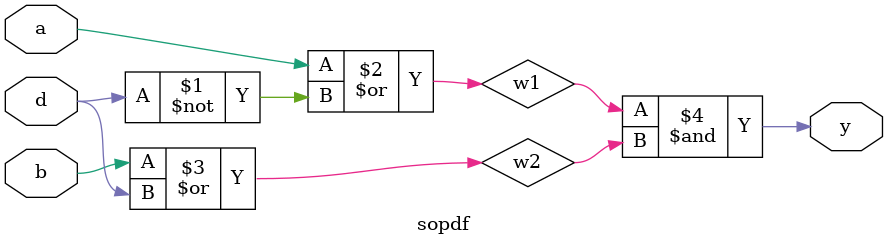
<source format=v>
module sopdf(a, b, d, y);
    input a, b, d;
    output y;
    wire w1, w2;

    assign w1 = a | (~d);
    assign w2 = b | d;
    assign y  = w1 & w2;
endmodule
</source>
